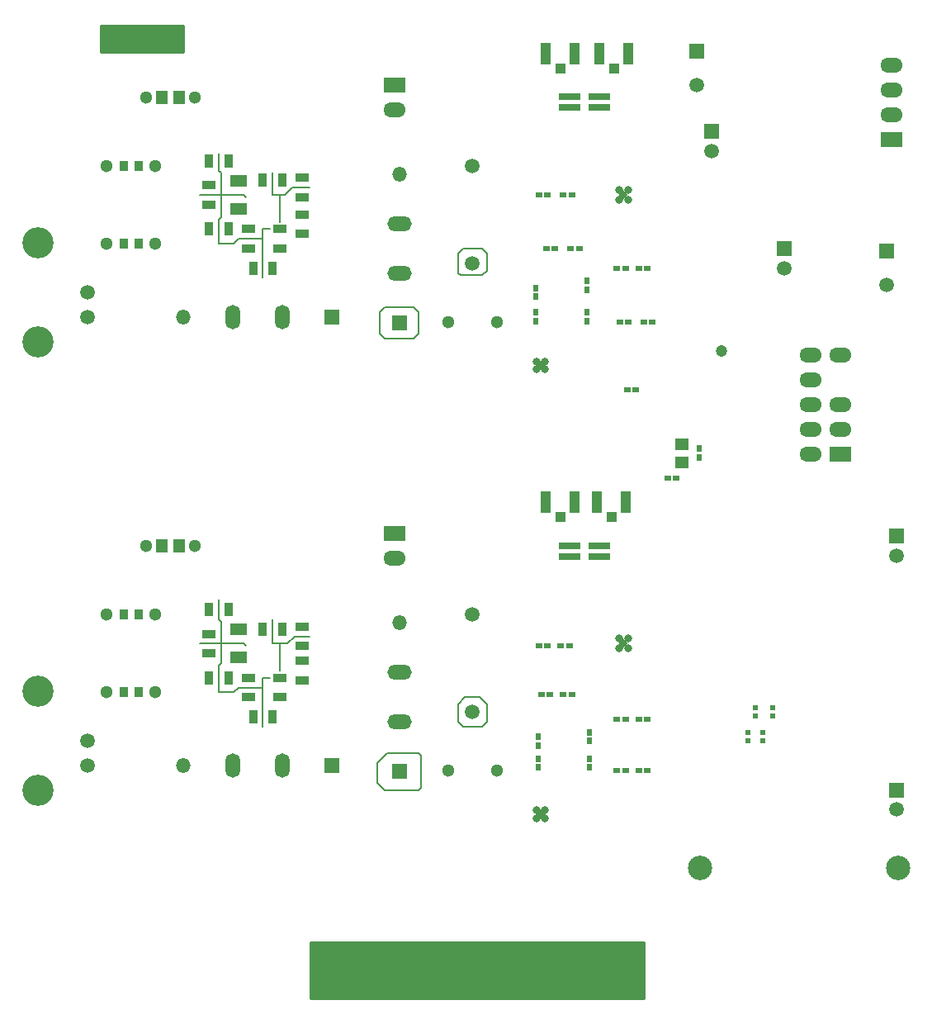
<source format=gbs>
G04 #@! TF.FileFunction,Soldermask,Bot*
%FSLAX46Y46*%
G04 Gerber Fmt 4.6, Leading zero omitted, Abs format (unit mm)*
G04 Created by KiCad (PCBNEW (after 2015-may-01 BZR unknown)-product) date Sat 23 May 2015 10:21:05 PM EDT*
%MOMM*%
G01*
G04 APERTURE LIST*
%ADD10C,0.100000*%
%ADD11C,0.200000*%
%ADD12C,0.800000*%
%ADD13C,1.500000*%
%ADD14R,1.450000X0.950000*%
%ADD15R,1.500000X1.500000*%
%ADD16O,1.500000X2.500000*%
%ADD17O,1.500000X1.500000*%
%ADD18C,1.300000*%
%ADD19R,2.286000X1.524000*%
%ADD20O,2.286000X1.524000*%
%ADD21R,1.800000X1.200000*%
%ADD22R,1.150000X1.450000*%
%ADD23R,2.200000X0.750000*%
%ADD24R,0.600000X0.650000*%
%ADD25R,0.650000X0.600000*%
%ADD26R,1.450000X1.150000*%
%ADD27C,3.200000*%
%ADD28R,1.050000X2.200000*%
%ADD29R,1.000000X1.050000*%
%ADD30O,2.500000X1.500000*%
%ADD31R,0.950000X1.450000*%
%ADD32R,0.850000X1.000000*%
%ADD33C,2.500000*%
%ADD34C,1.200000*%
%ADD35R,0.600000X0.600000*%
%ADD36C,0.254000*%
G04 APERTURE END LIST*
D10*
D11*
X116000000Y-88250000D02*
X116000000Y-90000000D01*
X109000000Y-93250000D02*
X109250000Y-93500000D01*
X108750000Y-93250000D02*
X109000000Y-93250000D01*
X105750000Y-93250000D02*
X108750000Y-93250000D01*
X104750000Y-94250000D02*
X105750000Y-93250000D01*
X104750000Y-96250000D02*
X104750000Y-94250000D01*
X105500000Y-97000000D02*
X104750000Y-96250000D01*
X109000000Y-97000000D02*
X105500000Y-97000000D01*
X109250000Y-96750000D02*
X109000000Y-97000000D01*
X109250000Y-93500000D02*
X109250000Y-96750000D01*
X115250000Y-87500000D02*
X116000000Y-88250000D01*
X113750000Y-87500000D02*
X115250000Y-87500000D01*
X113000000Y-88250000D02*
X113750000Y-87500000D01*
X113000000Y-90000000D02*
X113000000Y-88250000D01*
X113500000Y-90500000D02*
X113000000Y-90000000D01*
X115500000Y-90500000D02*
X113500000Y-90500000D01*
X116000000Y-90000000D02*
X115500000Y-90500000D01*
X113000000Y-44000000D02*
X113000000Y-43250000D01*
X113250000Y-44250000D02*
X113000000Y-44000000D01*
X115500000Y-44250000D02*
X113250000Y-44250000D01*
X116000000Y-43750000D02*
X115500000Y-44250000D01*
X116000000Y-42000000D02*
X116000000Y-43750000D01*
X115500000Y-41500000D02*
X116000000Y-42000000D01*
X113500000Y-41500000D02*
X115500000Y-41500000D01*
X113000000Y-42000000D02*
X113500000Y-41500000D01*
X113000000Y-43250000D02*
X113000000Y-42000000D01*
X105000000Y-48000000D02*
X105500000Y-47500000D01*
X105000000Y-50250000D02*
X105000000Y-48000000D01*
X105500000Y-50750000D02*
X105000000Y-50250000D01*
X108500000Y-50750000D02*
X105500000Y-50750000D01*
X109000000Y-50250000D02*
X108500000Y-50750000D01*
X109000000Y-48000000D02*
X109000000Y-50250000D01*
X108500000Y-47500000D02*
X109000000Y-48000000D01*
X105500000Y-47500000D02*
X108500000Y-47500000D01*
X94750000Y-82000000D02*
X94750000Y-84750000D01*
X96250000Y-81250000D02*
X97750000Y-81250000D01*
X95500000Y-82000000D02*
X96250000Y-81250000D01*
X94000000Y-82000000D02*
X95500000Y-82000000D01*
X94000000Y-79500000D02*
X94000000Y-82000000D01*
X91000000Y-82000000D02*
X91250000Y-82250000D01*
X86500000Y-82000000D02*
X91000000Y-82000000D01*
X88500000Y-79500000D02*
X88500000Y-77500000D01*
X88750000Y-79750000D02*
X88500000Y-79500000D01*
X88750000Y-84000000D02*
X88750000Y-79750000D01*
X88500000Y-84250000D02*
X88750000Y-84000000D01*
X88500000Y-87000000D02*
X88500000Y-84250000D01*
X90000000Y-87000000D02*
X88500000Y-87000000D01*
X90500000Y-86500000D02*
X90000000Y-87000000D01*
X93000000Y-86500000D02*
X90500000Y-86500000D01*
X93000000Y-85500000D02*
X93750000Y-85500000D01*
X93000000Y-90500000D02*
X93000000Y-85500000D01*
X88500000Y-33500000D02*
X88500000Y-31750000D01*
X88750000Y-33750000D02*
X88500000Y-33500000D01*
X88750000Y-36000000D02*
X88750000Y-33750000D01*
X96000000Y-35250000D02*
X97750000Y-35250000D01*
X95250000Y-36000000D02*
X96000000Y-35250000D01*
X94750000Y-36000000D02*
X95250000Y-36000000D01*
X94000000Y-36000000D02*
X94000000Y-33750000D01*
X94750000Y-36000000D02*
X94000000Y-36000000D01*
X94750000Y-38750000D02*
X94750000Y-36000000D01*
X93000000Y-40500000D02*
X93000000Y-44500000D01*
X93000000Y-39500000D02*
X93750000Y-39500000D01*
X93000000Y-40500000D02*
X93000000Y-39500000D01*
X90500000Y-40500000D02*
X93000000Y-40500000D01*
X90000000Y-41000000D02*
X90500000Y-40500000D01*
X88500000Y-41000000D02*
X90000000Y-41000000D01*
X88500000Y-38500000D02*
X88500000Y-41000000D01*
X88750000Y-38250000D02*
X88500000Y-38500000D01*
X88750000Y-36000000D02*
X88750000Y-38250000D01*
X91000000Y-36000000D02*
X91250000Y-36250000D01*
X86500000Y-36000000D02*
X91000000Y-36000000D01*
D12*
X130000000Y-36000000D03*
X130500000Y-35500000D03*
X130500000Y-36500000D03*
X129500000Y-36500000D03*
X129500000Y-35500000D03*
X121500000Y-53500000D03*
X121100000Y-53100000D03*
X121900000Y-53100000D03*
X121900000Y-53900000D03*
X121100000Y-53900000D03*
X130000000Y-82000000D03*
X130500000Y-81500000D03*
X130500000Y-82500000D03*
X129500000Y-82500000D03*
X129500000Y-81500000D03*
X121500000Y-99500000D03*
X121100000Y-99100000D03*
X121900000Y-99100000D03*
X121900000Y-99900000D03*
X121100000Y-99900000D03*
D13*
X114500000Y-89000000D03*
X114500000Y-79000000D03*
D14*
X94750000Y-41500000D03*
X94750000Y-39500000D03*
D15*
X100120000Y-94500000D03*
D16*
X95040000Y-94500000D03*
X89960000Y-94500000D03*
D17*
X84880000Y-94500000D03*
D18*
X86000000Y-26000000D03*
X81000000Y-26000000D03*
D19*
X152274000Y-62580000D03*
D20*
X152274000Y-60040000D03*
X152274000Y-57500000D03*
X152274000Y-52420000D03*
X149226000Y-62580000D03*
X149226000Y-60040000D03*
X149226000Y-57500000D03*
X149226000Y-54960000D03*
X149226000Y-52420000D03*
D13*
X114500000Y-43000000D03*
X114500000Y-33000000D03*
D18*
X82000000Y-87000000D03*
X77000000Y-87000000D03*
X86000000Y-72000000D03*
X81000000Y-72000000D03*
X82000000Y-79000000D03*
X77000000Y-79000000D03*
X117000000Y-95000000D03*
X112000000Y-95000000D03*
X117000000Y-49000000D03*
X112000000Y-49000000D03*
X82000000Y-33000000D03*
X77000000Y-33000000D03*
X82000000Y-41000000D03*
X77000000Y-41000000D03*
D21*
X90500000Y-80550000D03*
X90500000Y-83450000D03*
D22*
X84400000Y-72000000D03*
X82600000Y-72000000D03*
D23*
X127500000Y-73050000D03*
X127500000Y-71950000D03*
D24*
X121250000Y-94700000D03*
X121250000Y-93800000D03*
X126500000Y-91100000D03*
X126500000Y-92000000D03*
D25*
X129300000Y-89750000D03*
X130200000Y-89750000D03*
X132450000Y-95000000D03*
X131550000Y-95000000D03*
X121300000Y-82250000D03*
X122200000Y-82250000D03*
X124700000Y-87250000D03*
X123800000Y-87250000D03*
D23*
X124500000Y-71950000D03*
X124500000Y-73050000D03*
D24*
X121250000Y-92450000D03*
X121250000Y-91550000D03*
X126500000Y-93800000D03*
X126500000Y-94700000D03*
D25*
X131550000Y-89750000D03*
X132450000Y-89750000D03*
X130200000Y-95000000D03*
X129300000Y-95000000D03*
X123550000Y-82250000D03*
X124450000Y-82250000D03*
X122450000Y-87250000D03*
X121550000Y-87250000D03*
D26*
X136000000Y-63400000D03*
X136000000Y-61600000D03*
D15*
X158000000Y-97000000D03*
D13*
X158000000Y-99000000D03*
D15*
X158000000Y-71000000D03*
D13*
X158000000Y-73000000D03*
D15*
X146500000Y-41500000D03*
D13*
X146500000Y-43500000D03*
D15*
X139000000Y-29500000D03*
D13*
X139000000Y-31500000D03*
D21*
X90500000Y-34550000D03*
X90500000Y-37450000D03*
D22*
X84400000Y-26000000D03*
X82600000Y-26000000D03*
D23*
X127500000Y-27050000D03*
X127500000Y-25950000D03*
D24*
X121000000Y-48950000D03*
X121000000Y-48050000D03*
X126250000Y-45700000D03*
X126250000Y-44800000D03*
D25*
X132950000Y-49000000D03*
X132050000Y-49000000D03*
X129300000Y-43500000D03*
X130200000Y-43500000D03*
X124550000Y-41500000D03*
X125450000Y-41500000D03*
X121300000Y-36000000D03*
X122200000Y-36000000D03*
D23*
X124500000Y-25950000D03*
X124500000Y-27050000D03*
D24*
X121000000Y-46450000D03*
X121000000Y-45550000D03*
X126250000Y-48950000D03*
X126250000Y-48050000D03*
D25*
X130500000Y-49000000D03*
X129600000Y-49000000D03*
X131550000Y-43500000D03*
X132450000Y-43500000D03*
X122950000Y-41500000D03*
X122050000Y-41500000D03*
X123800000Y-36000000D03*
X124700000Y-36000000D03*
D19*
X106500000Y-24730000D03*
D20*
X106500000Y-27270000D03*
D13*
X75000000Y-46000000D03*
X75000000Y-48540000D03*
D27*
X69920000Y-40920000D03*
X69920000Y-51080000D03*
D28*
X127525000Y-21500000D03*
X130475000Y-21500000D03*
D29*
X129000000Y-23025000D03*
D28*
X122025000Y-21500000D03*
X124975000Y-21500000D03*
D29*
X123500000Y-23025000D03*
D19*
X106500000Y-70730000D03*
D20*
X106500000Y-73270000D03*
D13*
X75000000Y-92000000D03*
X75000000Y-94540000D03*
D27*
X69920000Y-86920000D03*
X69920000Y-97080000D03*
D28*
X127275000Y-67500000D03*
X130225000Y-67500000D03*
D29*
X128750000Y-69025000D03*
D28*
X122025000Y-67500000D03*
X124975000Y-67500000D03*
D29*
X123500000Y-69025000D03*
D19*
X157500000Y-30310000D03*
D20*
X157500000Y-27770000D03*
X157500000Y-25230000D03*
X157500000Y-22690000D03*
D15*
X107000000Y-95120000D03*
D30*
X107000000Y-90040000D03*
X107000000Y-84960000D03*
D17*
X107000000Y-79880000D03*
D15*
X107000000Y-49120000D03*
D30*
X107000000Y-44040000D03*
X107000000Y-38960000D03*
D17*
X107000000Y-33880000D03*
D15*
X100120000Y-48500000D03*
D16*
X95040000Y-48500000D03*
X89960000Y-48500000D03*
D17*
X84880000Y-48500000D03*
D31*
X87500000Y-85500000D03*
X89500000Y-85500000D03*
D14*
X87500000Y-81000000D03*
X87500000Y-83000000D03*
D31*
X89500000Y-78500000D03*
X87500000Y-78500000D03*
D14*
X91500000Y-85500000D03*
X91500000Y-87500000D03*
D31*
X93000000Y-80500000D03*
X95000000Y-80500000D03*
D32*
X80250000Y-79000000D03*
X78750000Y-79000000D03*
D31*
X92000000Y-89500000D03*
X94000000Y-89500000D03*
D14*
X97000000Y-80250000D03*
X97000000Y-82250000D03*
X94750000Y-87500000D03*
X94750000Y-85500000D03*
D32*
X80250000Y-87000000D03*
X78750000Y-87000000D03*
D14*
X97000000Y-83750000D03*
X97000000Y-85750000D03*
D31*
X87500000Y-39500000D03*
X89500000Y-39500000D03*
D14*
X87500000Y-35000000D03*
X87500000Y-37000000D03*
D31*
X89500000Y-32500000D03*
X87500000Y-32500000D03*
D14*
X91500000Y-39500000D03*
X91500000Y-41500000D03*
D31*
X93000000Y-34500000D03*
X95000000Y-34500000D03*
D32*
X80250000Y-33000000D03*
X78750000Y-33000000D03*
D31*
X92000000Y-43500000D03*
X94000000Y-43500000D03*
D14*
X97000000Y-34250000D03*
X97000000Y-36250000D03*
D32*
X80250000Y-41000000D03*
X78750000Y-41000000D03*
D14*
X97000000Y-38000000D03*
X97000000Y-40000000D03*
D33*
X158160000Y-105000000D03*
X137840000Y-105000000D03*
D34*
X140000000Y-52000000D03*
D15*
X157000000Y-41749940D03*
D13*
X157000000Y-45250060D03*
D15*
X137500000Y-21249940D03*
D13*
X137500000Y-24750060D03*
D25*
X135400000Y-65000000D03*
X134500000Y-65000000D03*
D24*
X137750000Y-62900000D03*
X137750000Y-62000000D03*
D25*
X130350000Y-56000000D03*
X131250000Y-56000000D03*
D35*
X143500000Y-88550000D03*
X143500000Y-89450000D03*
X144250000Y-91100000D03*
X144250000Y-92000000D03*
X142750000Y-91100000D03*
X142750000Y-92000000D03*
X145250000Y-88550000D03*
X145250000Y-89450000D03*
D36*
G36*
X132123000Y-118373000D02*
X97877000Y-118373000D01*
X97877000Y-117750000D01*
X97877000Y-112627000D01*
X132123000Y-112627000D01*
X132123000Y-118373000D01*
X132123000Y-118373000D01*
G37*
X132123000Y-118373000D02*
X97877000Y-118373000D01*
X97877000Y-117750000D01*
X97877000Y-112627000D01*
X132123000Y-112627000D01*
X132123000Y-118373000D01*
G36*
X84873000Y-21373000D02*
X76377000Y-21373000D01*
X76377000Y-18627000D01*
X84873000Y-18627000D01*
X84873000Y-21373000D01*
X84873000Y-21373000D01*
G37*
X84873000Y-21373000D02*
X76377000Y-21373000D01*
X76377000Y-18627000D01*
X84873000Y-18627000D01*
X84873000Y-21373000D01*
M02*

</source>
